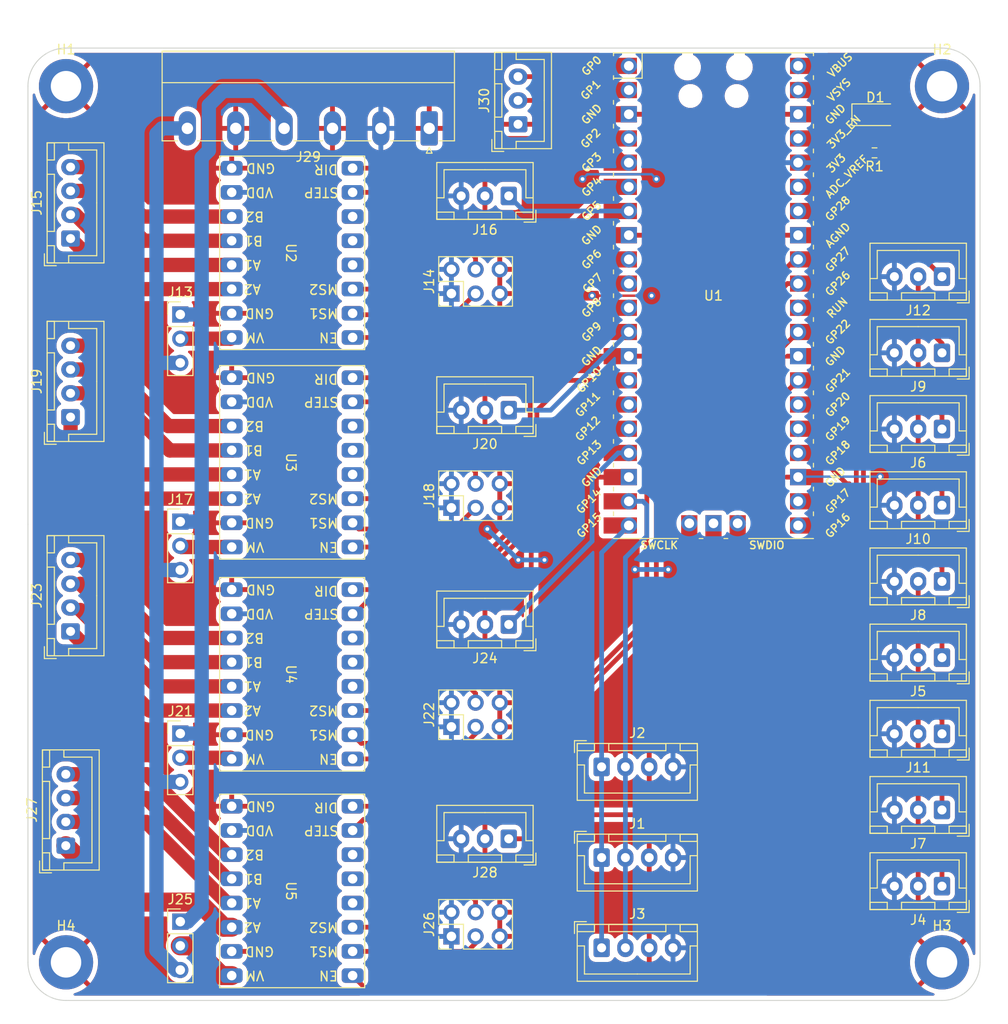
<source format=kicad_pcb>
(kicad_pcb (version 20211014) (generator pcbnew)
  (layers (0 "F.Cu" signal) (31 "B.Cu" signal) (34 "B.Paste" user) (35 "F.Paste" user) (36 "B.SilkS" user "B.Silkscreen") (37 "F.SilkS" user "F.Silkscreen") (38 "B.Mask" user) (39 "F.Mask" user) (44 "Edge.Cuts" user))
  (net 0 "")
  (net 1 "GND")
  (net 2 "Net-(D1-Pad2)")
  (net 3 "SCL")
  (net 4 "SDA")
  (net 5 "3v3")
  (net 6 "IO_1_Sig")
  (net 7 "IO_4_Sig")
  (net 8 "IO_2_Sig")
  (net 9 "IO_5_Sig")
  (net 10 "IO_6_Sig_D4_EN")
  (net 11 "IO_3_Sig")
  (net 12 "VM_1")
  (net 13 "Net-(J13-Pad2)")
  (net 14 "VM_2")
  (net 15 "Net-(J14-Pad3)")
  (net 16 "Net-(J14-Pad4)")
  (net 17 "Net-(J15-Pad1)")
  (net 18 "Net-(J15-Pad2)")
  (net 19 "Net-(J15-Pad3)")
  (net 20 "Net-(J15-Pad4)")
  (net 21 "D1_ENDSTOP")
  (net 22 "Net-(J17-Pad2)")
  (net 23 "Net-(J18-Pad3)")
  (net 24 "Net-(J18-Pad4)")
  (net 25 "Net-(J19-Pad1)")
  (net 26 "Net-(J19-Pad2)")
  (net 27 "Net-(J19-Pad3)")
  (net 28 "Net-(J19-Pad4)")
  (net 29 "D2_ENDSTOP")
  (net 30 "Net-(J21-Pad2)")
  (net 31 "Net-(J22-Pad3)")
  (net 32 "Net-(J22-Pad4)")
  (net 33 "Net-(J23-Pad1)")
  (net 34 "Net-(J23-Pad2)")
  (net 35 "Net-(J23-Pad3)")
  (net 36 "Net-(J23-Pad4)")
  (net 37 "D3_ENDSTOP")
  (net 38 "Net-(J25-Pad2)")
  (net 39 "Net-(J26-Pad3)")
  (net 40 "Net-(J26-Pad4)")
  (net 41 "Net-(J27-Pad1)")
  (net 42 "Net-(J27-Pad2)")
  (net 43 "Net-(J27-Pad3)")
  (net 44 "Net-(J27-Pad4)")
  (net 45 "RX")
  (net 46 "TX")
  (net 47 "LED")
  (net 48 "D1_EN")
  (net 49 "D1_STEP")
  (net 50 "D1_DIR")
  (net 51 "D2_EN")
  (net 52 "D2_STEP")
  (net 53 "D2_DIR")
  (net 54 "D3_EN")
  (net 55 "D3_STEP")
  (net 56 "D3_DIR")
  (net 77 "IO_7_Sig_D4_ENDSTOP")
  (net 78 "IO_8_Sig_D4_STEP")
  (net 79 "IO_9_Sig_D4_DIR")
  (footprint "DriverCarrier:DriverCarrier" (layer "F.Cu") (at 127.75 115.75 180)
    (fp_text reference "U4")
    (fp_text value "DriverCarrier")
  )
  (footprint "Connector_PinHeader_2.54mm:PinHeader_1x03_P2.54mm_Vertical" (layer "F.Cu") (at 116 121.975)
    (fp_text reference "J21")
    (fp_text value "D_MotorVoltageJumper")
  )
  (footprint "Resistor_SMD:R_0603_1608Metric_Pad0.98x0.95mm_HandSolder" (layer "F.Cu") (at 188.9125 61 180)
    (fp_text reference "R1")
    (fp_text value "R")
  )
  (footprint "Connector_JST:JST_XH_B3B-XH-A_1x03_P2.50mm_Vertical" (layer "F.Cu") (at 196 74 180)
    (fp_text reference "J12")
    (fp_text value "IO_9")
  )
  (footprint "MountingHole:MountingHole_3.2mm_M3_ISO7380_Pad" (layer "F.Cu") (at 196 146)
    (fp_text reference "H3")
    (fp_text value "MountingHole_Pad")
  )
  (footprint "Connector_PinHeader_2.54mm:PinHeader_2x03_P2.54mm_Vertical" (layer "F.Cu") (at 144.475 143.275 90)
    (fp_text reference "J26")
    (fp_text value "D_MicrostepJumper")
  )
  (footprint "Connector_JST:JST_XH_B3B-XH-A_1x03_P2.50mm_Vertical" (layer "F.Cu") (at 196 98 180)
    (fp_text reference "J10")
    (fp_text value "IO_6")
  )
  (footprint "Connector_PinHeader_2.54mm:PinHeader_2x03_P2.54mm_Vertical" (layer "F.Cu") (at 144.475 98.275 90)
    (fp_text reference "J18")
    (fp_text value "D_MicrostepJumper")
  )
  (footprint "Connector_PinHeader_2.54mm:PinHeader_2x03_P2.54mm_Vertical" (layer "F.Cu") (at 144.475 121.275 90)
    (fp_text reference "J22")
    (fp_text value "D_MicrostepJumper")
  )
  (footprint "Connector_JST:JST_XH_B4B-XH-A_1x04_P2.50mm_Vertical" (layer "F.Cu") (at 103.975 133.75 90)
    (fp_text reference "J27")
    (fp_text value "D_MOTOR_Conn")
  )
  (footprint "LED_SMD:LED_1206_3216Metric_Pad1.42x1.75mm_HandSolder" (layer "F.Cu") (at 189 57)
    (fp_text reference "D1")
    (fp_text value "LED")
  )
  (footprint "Connector_PinHeader_2.54mm:PinHeader_2x03_P2.54mm_Vertical" (layer "F.Cu") (at 144.475 75.775 90)
    (fp_text reference "J14")
    (fp_text value "D_MicrostepJumper")
  )
  (footprint "Connector_JST:JST_XH_B3B-XH-A_1x03_P2.50mm_Vertical" (layer "F.Cu") (at 150.5 133.025 180)
    (fp_text reference "J28")
    (fp_text value "D_EndStop")
  )
  (footprint "Connector_JST:JST_XH_B4B-XH-A_1x04_P2.50mm_Vertical" (layer "F.Cu") (at 160.25 135)
    (fp_text reference "J1")
    (fp_text value "I2C_Conn")
  )
  (footprint "Connector_JST:JST_XH_B3B-XH-A_1x03_P2.50mm_Vertical" (layer "F.Cu") (at 196 90 180)
    (fp_text reference "J6")
    (fp_text value "IO_7")
  )
  (footprint "Connector_JST:JST_XH_B4B-XH-A_1x04_P2.50mm_Vertical" (layer "F.Cu") (at 160.25 125.475)
    (fp_text reference "J2")
    (fp_text value "I2C_Conn")
  )
  (footprint "Connector_JST:JST_XH_B3B-XH-A_1x03_P2.50mm_Vertical" (layer "F.Cu") (at 196 130 180)
    (fp_text reference "J7")
    (fp_text value "IO_2")
  )
  (footprint "Connector_JST:JST_XH_B4B-XH-A_1x04_P2.50mm_Vertical" (layer "F.Cu") (at 104.475 70 90)
    (fp_text reference "J15")
    (fp_text value "D_MOTOR_Conn")
  )
  (footprint "DriverCarrier:DriverCarrier" (layer "F.Cu") (at 127.75 138.5 180)
    (fp_text reference "U5")
    (fp_text value "DriverCarrier")
  )
  (footprint "Connector_JST:JST_XH_B3B-XH-A_1x03_P2.50mm_Vertical" (layer "F.Cu") (at 151.475 58 90)
    (fp_text reference "J30")
    (fp_text value "UART")
  )
  (footprint "Connector_JST:JST_XH_B3B-XH-A_1x03_P2.50mm_Vertical" (layer "F.Cu") (at 196 138 180)
    (fp_text reference "J4")
    (fp_text value "IO_1")
  )
  (footprint "Connector_PinHeader_2.54mm:PinHeader_1x03_P2.54mm_Vertical" (layer "F.Cu") (at 116 141.725)
    (fp_text reference "J25")
    (fp_text value "D_MotorVoltageJumper")
  )
  (footprint "Connector_JST:JST_XH_B3B-XH-A_1x03_P2.50mm_Vertical" (layer "F.Cu") (at 196 122 180)
    (fp_text reference "J11")
    (fp_text value "IO_3")
  )
  (footprint "Connector_JST:JST_XH_B3B-XH-A_1x03_P2.50mm_Vertical" (layer "F.Cu") (at 150.5 65.525 180)
    (fp_text reference "J16")
    (fp_text value "D_EndStop")
  )
  (footprint "Connector_JST:JST_XH_B3B-XH-A_1x03_P2.50mm_Vertical" (layer "F.Cu") (at 150.5 110.525 180)
    (fp_text reference "J24")
    (fp_text value "D_EndStop")
  )
  (footprint "MountingHole:MountingHole_3.2mm_M3_ISO7380_Pad" (layer "F.Cu") (at 104 146)
    (fp_text reference "H4")
    (fp_text value "MountingHole_Pad")
  )
  (footprint "Connector_JST:JST_XH_B4B-XH-A_1x04_P2.50mm_Vertical" (layer "F.Cu") (at 104.475 88.75 90)
    (fp_text reference "J19")
    (fp_text value "D_MOTOR_Conn")
  )
  (footprint "DriverCarrier:DriverCarrier" (layer "F.Cu") (at 127.75 71.5 180)
    (fp_text reference "U2")
    (fp_text value "DriverCarrier")
  )
  (footprint "Connector_JST:JST_XH_B4B-XH-A_1x04_P2.50mm_Vertical" (layer "F.Cu") (at 104.475 111.25 90)
    (fp_text reference "J23")
    (fp_text value "D_MOTOR_Conn")
  )
  (footprint "Connector_Phoenix_MC_HighVoltage:PhoenixContact_MC_1,5_6-G-5.08_1x06_P5.08mm_Horizontal" (layer "F.Cu") (at 142.145 58.4325 180)
    (fp_text reference "J29")
    (fp_text value "POWER_CONN")
  )
  (footprint "Connector_PinHeader_2.54mm:PinHeader_1x03_P2.54mm_Vertical" (layer "F.Cu") (at 116 99.725)
    (fp_text reference "J17")
    (fp_text value "D_MotorVoltageJumper")
  )
  (footprint "MountingHole:MountingHole_3.2mm_M3_ISO7380_Pad" (layer "F.Cu") (at 196 54)
    (fp_text reference "H2")
    (fp_text value "MountingHole_Pad")
  )
  (footprint "MountingHole:MountingHole_3.2mm_M3_ISO7380_Pad" (layer "F.Cu") (at 104 54)
    (fp_text reference "H1")
    (fp_text value "MountingHole_Pad")
  )
  (footprint "Connector_JST:JST_XH_B3B-XH-A_1x03_P2.50mm_Vertical" (layer "F.Cu") (at 196 106 180)
    (fp_text reference "J8")
    (fp_text value "IO_5")
  )
  (footprint "Connector_PinHeader_2.54mm:PinHeader_1x03_P2.54mm_Vertical" (layer "F.Cu") (at 116 77.975)
    (fp_text reference "J13")
    (fp_text value "D_MotorVoltageJumper")
  )
  (footprint "MCU_RaspberryPi_and_Boards:RPi_Pico_SMD_TH" (layer "F.Cu") (at 172 76)
    (fp_text reference "U1")
    (fp_text value "Pico")
  )
  (footprint "Connector_JST:JST_XH_B3B-XH-A_1x03_P2.50mm_Vertical" (layer "F.Cu") (at 196 114 180)
    (fp_text reference "J5")
    (fp_text value "IO_4")
  )
  (footprint "DriverCarrier:DriverCarrier" (layer "F.Cu") (at 127.75 93.5 180)
    (fp_text reference "U3")
    (fp_text value "DriverCarrier")
  )
  (footprint "Connector_JST:JST_XH_B3B-XH-A_1x03_P2.50mm_Vertical" (layer "F.Cu") (at 196 82 180)
    (fp_text reference "J9")
    (fp_text value "IO_8")
  )
  (footprint "Connector_JST:JST_XH_B3B-XH-A_1x03_P2.50mm_Vertical" (layer "F.Cu") (at 150.5 88.025 180)
    (fp_text reference "J20")
    (fp_text value "D_EndStop")
  )
  (footprint "Connector_JST:JST_XH_B4B-XH-A_1x04_P2.50mm_Vertical" (layer "F.Cu") (at 160.25 144.475)
    (fp_text reference "J3")
    (fp_text value "I2C_Conn")
  )
  (gr_line (start 200 54) (end 200 146) (layer "Edge.Cuts") (width 0.1))
  (gr_arc (start 196 50) (mid 198.828427 51.171573) (end 200 54) (layer "Edge.Cuts") (width 0.1))
  (gr_arc (start 200 146) (mid 198.828427 148.828427) (end 196 150) (layer "Edge.Cuts") (width 0.1))
  (gr_line (start 196 150) (end 104 150) (layer "Edge.Cuts") (width 0.1))
  (gr_arc (start 104 150) (mid 101.171573 148.828427) (end 100 146) (layer "Edge.Cuts") (width 0.1))
  (gr_line (start 100 100) (end 100 54) (layer "Edge.Cuts") (width 0.1))
  (gr_line (start 100 146) (end 100 100) (layer "Edge.Cuts") (width 0.1))
  (gr_arc (start 100 54) (mid 101.171573 51.171573) (end 104 50) (layer "Edge.Cuts") (width 0.1))
  (gr_line (start 104 50) (end 196 50) (layer "Edge.Cuts") (width 0.1))
  (segment (start 158.25 63.75) (end 158.75 63.25) (width 0.25) (layer "F.Cu") (net 1))
  (segment (start 159.25 76) (end 165.5 76) (width 0.25) (layer "F.Cu") (net 1))
  (segment (start 165.5 63.25) (end 166 63.75) (width 0.25) (layer "F.Cu") (net 1))
  (segment (start 158.75 63.25) (end 165.5 63.25) (width 0.25) (layer "F.Cu") (net 1))
  (via (at 154.25 103.75) (size 0.8) (drill 0.4) (layers "F.Cu" "B.Cu") (net 1))
  (via (at 158.25 63.75) (size 0.8) (drill 0.4) (layers "F.Cu" "B.Cu") (net 1))
  (via (at 148.25 100.5) (size 0.8) (drill 0.4) (layers "F.Cu" "B.Cu") (net 1))
  (via (at 151.5 103.75) (size 0.8) (drill 0.4) (layers "F.Cu" "B.Cu") (net 1))
  (via (at 166 63.75) (size 0.8) (drill 0.4) (layers "F.Cu" "B.Cu") (net 1))
  (via (at 159.25 76) (size 0.8) (drill 0.4) (layers "F.Cu" "B.Cu") (net 1))
  (via (at 189.5 95) (size 0.8) (drill 0.4) (layers "F.Cu" "B.Cu") (net 1))
  (via (at 163.75 104.75) (size 0.8) (drill 0.4) (layers "F.Cu" "B.Cu") (net 1))
  (via (at 165.5 76) (size 0.8) (drill 0.4) (layers "F.Cu" "B.Cu") (net 1))
  (via (at 167.25 104.75) (size 0.8) (drill 0.4) (layers "F.Cu" "B.Cu") (net 1))
  (segment (start 180.94 95) (end 180.89 95.05) (width 0.25) (layer "B.Cu") (net 1))
  (segment (start 158.75 63.25) (end 165.5 63.25) (width 0.25) (layer "B.Cu") (net 1))
  (segment (start 163.75 104.75) (end 167.25 104.75) (width 0.5) (layer "B.Cu") (net 1))
  (segment (start 189.5 95) (end 180.94 95) (width 0.25) (layer "B.Cu") (net 1))
  (segment (start 165.5 63.25) (end 166 63.75) (width 0.25) (layer "B.Cu") (net 1))
  (segment (start 154.25 103.75) (end 151.5 103.75) (width 0.5) (layer "B.Cu") (net 1))
  (segment (start 148.25 100.5) (end 151.5 103.75) (width 0.5) (layer "B.Cu") (net 1))
  (segment (start 158.25 63.75) (end 158.75 63.25) (width 0.25) (layer "B.Cu") (net 1))
  (segment (start 189.825 61) (end 189.825 57.6625) (width 0.5) (layer "F.Cu") (net 2))
  (segment (start 189.825 57.6625) (end 190.4875 57) (width 0.5) (layer "F.Cu") (net 2))
  (segment (start 160.25 144.475) (end 160.25 102.99) (width 0.5) (layer "B.Cu") (net 3))
  (segment (start 160.25 102.99) (end 163.11 100.13) (width 0.5) (layer "B.Cu") (net 3))
  (segment (start 162.75 103.5) (end 165 101.25) (width 0.5) (layer "B.Cu") (net 4))
  (segment (start 164.59 97.59) (end 163.11 97.59) (width 0.5) (layer "B.Cu") (net 4))
  (segment (start 165 101.25) (end 165 98) (width 0.5) (layer "B.Cu") (net 4))
  (segment (start 165 98) (end 164.59 97.59) (width 0.5) (layer "B.Cu") (net 4))
  (segment (start 162.75 144.475) (end 162.75 103.5) (width 0.5) (layer "B.Cu") (net 4))
  (segment (start 184.63 100.13) (end 184.75 100.25) (width 0.5) (layer "F.Cu") (net 6))
  (segment (start 180.89 100.13) (end 184.63 100.13) (width 0.5) (layer "F.Cu") (net 6))
  (segment (start 196 136) (end 196 138) (width 0.5) (layer "F.Cu") (net 6))
  (segment (start 188.75 135.25) (end 195.25 135.25) (width 0.5) (layer "F.Cu") (net 6))
  (segment (start 195.25 135.25) (end 196 136) (width 0.5) (layer "F.Cu") (net 6))
  (segment (start 184.75 100.25) (end 184.75 131.25) (width 0.5) (layer "F.Cu") (net 6))
  (segment (start 184.75 131.25) (end 188.75 135.25) (width 0.5) (layer "F.Cu") (net 6))
  (segment (start 183.97 89.97) (end 187 93) (width 0.5) (layer "F.Cu") (net 7))
  (segment (start 191.75 111.25) (end 195 111.25) (width 0.5) (layer "F.Cu") (net 7))
  (segment (start 180.89 89.97) (end 183.97 89.97) (width 0.5) (layer "F.Cu") (net 7))
  (segment (start 195 111.25) (end 196 112.25) (width 0.5) (layer "F.Cu") (net 7))
  (segment (start 196 112.25) (end 196 114) (width 0.5) (layer "F.Cu") (net 7))
  (segment (start 187 93) (end 187 106.5) (width 0.5) (layer "F.Cu") (net 7))
  (segment (start 187 106.5) (end 191.75 111.25) (width 0.5) (layer "F.Cu") (net 7))
  (segment (start 185.5 98.5) (end 185.5 122.25) (width 0.5) (layer "F.Cu") (net 8))
  (segment (start 196 128.25) (end 196 130) (width 0.5) (layer "F.Cu") (net 8))
  (segment (start 180.89 97.59) (end 184.59 97.59) (width 0.5) (layer "F.Cu") (net 8))
  (segment (start 195 127.25) (end 196 128.25) (width 0.5) (layer "F.Cu") (net 8))
  (segment (start 184.59 97.59) (end 185.5 98.5) (width 0.5) (layer "F.Cu") (net 8))
  (segment (start 190.5 127.25) (end 195 127.25) (width 0.5) (layer "F.Cu") (net 8))
  (segment (start 185.5 122.25) (end 190.5 127.25) (width 0.5) (layer "F.Cu") (net 8))
  (segment (start 182.749022 87.43) (end 187.75 92.430978) (width 0.5) (layer "F.Cu") (net 9))
  (segment (start 187.75 92.430978) (end 187.75 98.75) (width 0.5) (layer "F.Cu") (net 9))
  (segment (start 195.5 104) (end 196 104.5) (width 0.5) (layer "F.Cu") (net 9))
  (segment (start 193 104) (end 195.5 104) (width 0.5) (layer "F.Cu") (net 9))
  (segment (start 187.75 98.75) (end 193 104) (width 0.5) (layer "F.Cu") (net 9))
  (segment (start 196 104.5) (end 196 106) (width 0.5) (layer "F.Cu") (net 9))
  (segment (start 180.89 87.43) (end 182.749022 87.43) (width 0.5) (layer "F.Cu") (net 9))
  (segment (start 135.46 148.75) (end 134.1 147.39) (width 0.5) (layer "F.Cu") (net 10))
  (segment (start 180.89 84.89) (end 178.75 87.03) (width 0.5) (layer "F.Cu") (net 10))
  (segment (start 180.89 84.89) (end 182.749022 84.89) (width 0.5) (layer "F.Cu") (net 10))
  (segment (start 178.75 87.03) (end 178.75 147) (width 0.5) (layer "F.Cu") (net 10))
  (segment (start 189.75 92.25) (end 193 95.5) (width 0.5) (layer "F.Cu") (net 10))
  (segment (start 178.75 147) (end 177 148.75) (width 0.5) (layer "F.Cu") (net 10))
  (segment (start 189.75 91.890978) (end 189.75 92.25) (width 0.5) (layer "F.Cu") (net 10))
  (segment (start 177 148.75) (end 135.46 148.75) (width 0.5) (layer "F.Cu") (net 10))
  (segment (start 182.749022 84.89) (end 189.75 91.890978) (width 0.5) (layer "F.Cu") (net 10))
  (segment (start 193 95.5) (end 195 95.5) (width 0.5) (layer "F.Cu") (net 10))
  (segment (start 195 95.5) (end 196 96.5) (width 0.5) (layer "F.Cu") (net 10))
  (segment (start 196 96.5) (end 196 98) (width 0.5) (layer "F.Cu") (net 10))
  (segment (start 185.989022 95.75) (end 186.25 95.75) (width 0.5) (layer "F.Cu") (net 11))
  (segment (start 182.749022 92.51) (end 185.989022 95.75) (width 0.5) (layer "F.Cu") (net 11))
  (segment (start 189.75 119.25) (end 194.75 119.25) (width 0.5) (layer "F.Cu") (net 11))
  (segment (start 186.25 115.75) (end 189.75 119.25) (width 0.5) (layer "F.Cu") (net 11))
  (segment (start 186.25 95.75) (end 186.25 115.75) (width 0.5) (layer "F.Cu") (net 11))
  (segment (start 194.75 119.25) (end 196 120.5) (width 0.5) (layer "F.Cu") (net 11))
  (segment (start 180.89 92.51) (end 182.749022 92.51) (width 0.5) (layer "F.Cu") (net 11))
  (segment (start 196 120.5) (end 196 122) (width 0.5) (layer "F.Cu") (net 11))
  (segment (start 118.025 121.975) (end 118.25 121.75) (width 1.5) (layer "B.Cu") (net 12))
  (segment (start 118.25 61.5) (end 118.25 78) (width 1.5) (layer "B.Cu") (net 12))
  (segment (start 116 77.975) (end 118.225 77.975) (width 1.5) (layer "B.Cu") (net 12))
  (segment (start 118.225 77.975) (end 118.25 78) (width 1.5) (layer "B.Cu") (net 12))
  (segment (start 116 99.725) (end 118.025 99.725) (width 1.5) (layer "B.Cu") (net 12))
  (segment (start 116 121.975) (end 118.025 121.975) (width 1.5) (layer "B.Cu") (net 12))
  (segment (start 124 54.5) (end 120.5 54.5) (width 1.5) (layer "B.Cu") (net 12))
  (segment (start 118.25 78) (end 118.25 99.5) (width 1.5) (layer "B.Cu") (net 12))
  (segment (start 119 60.75) (end 118.25 61.5) (width 1.5) (layer "B.Cu") (net 12))
  (segment (start 119 56) (end 119 60.75) (width 1.5) (layer "B.Cu") (net 12))
  (segment (start 118.025 99.725) (end 118.25 99.5) (width 1.5) (layer "B.Cu") (net 12))
  (segment (start 118.25 121.75) (end 118.25 140.25) (width 1.5) (layer "B.Cu") (net 12))
  (segment (start 118.25 140.25) (end 116.775 141.725) (width 1.5) (layer "B.Cu") (net 12))
  (segment (start 126.905 58.4325) (end 126.905 57.405) (width 1.5) (layer "B.Cu") (net 12))
  (segment (start 126.905 57.405) (end 124 54.5) (width 1.5) (layer "B.Cu") (net 12))
  (segment (start 118.25 99.5) (end 118.25 121.75) (width 1.5) (layer "B.Cu") (net 12))
  (segment (start 120.5 54.5) (end 119 56) (width 1.5) (layer "B.Cu") (net 12))
  (segment (start 116.775 141.725) (end 116 141.725) (width 1.5) (layer "B.Cu") (net 12))
  (segment (start 116 80.515) (end 121.275 80.515) (width 1.5) (layer "F.Cu") (net 13))
  (segment (start 121.275 80.515) (end 121.4 80.39) (width 1.5) (layer "F.Cu") (net 13))
  (segment (start 116 83.055) (end 113.555 83.055) (width 1.5) (layer "B.Cu") (net 14))
  (segment (start 113.945 127.055) (end 113.5 127.5) (width 1.5) (layer "B.Cu") (net 14))
  (segment (start 113.555 83.055) (end 113.5 83) (width 1.5) (layer "B.Cu") (net 14))
  (segment (start 114.0675 58.4325) (end 113.5 59) (width 1.5) (layer "B.Cu") (net 14))
  (segment (start 116 127.055) (end 113.945 127.055) (width 1.5) (layer "B.Cu") (net 14))
  (segment (start 116.745 58.4325) (end 114.0675 58.4325) (width 1.5) (layer "B.Cu") (net 14))
  (segment (start 113.5 83) (end 113.5 104.5) (width 1.5) (layer "B.Cu") (net 14))
  (segment (start 115.555 146.805) (end 116 146.805) (width 1.5) (layer "B.Cu") (net 14))
  (segment (start 116 104.805) (end 113.805 104.805) (width 1.5) (layer "B.Cu") (net 14))
  (segment (start 113.5 127.5) (end 113.5 144.75) (width 1.5) (layer "B.Cu") (net 14))
  (segment (start 113.5 104.5) (end 113.5 127.5) (width 1.5) (layer "B.Cu") (net 14))
  (segment (start 113.805 104.805) (end 113.5 104.5) (width 1.5) (layer "B.Cu") (net 14))
  (segment (start 113.5 59) (end 113.5 83) (width 1.5) (layer "B.Cu") (net 14))
  (segment (start 113.5 144.75) (end 115.555 146.805) (width 1.5) (layer "B.Cu") (net 14))
  (segment (start 144.79 78) (end 147.015 75.775) (width 0.5) (layer "F.Cu") (net 15))
  (segment (start 134.25 78) (end 144.79 78) (width 0.5) (layer "F.Cu") (net 15))
  (segment (start 134.1 77.85) (end 134.25 78) (width 0.5) (layer "F.Cu") (net 15))
  (segment (start 136.19 75.31) (end 140.75 70.75) (width 0.5) (layer "F.Cu") (net 16))
  (segment (start 145.75 70.75) (end 147.015 72.015) (width 0.5) (layer "F.Cu") (net 16))
  (segment (start 140.75 70.75) (end 145.75 70.75) (width 0.5) (layer "F.Cu") (net 16))
  (segment (start 134.1 75.31) (end 136.19 75.31) (width 0.5) (layer "F.Cu") (net 16))
  (segment (start 147.015 72.015) (end 147.015 73.235) (width 0.5) (layer "F.Cu") (net 16))
  (segment (start 121.4 75.31) (end 109.785 75.31) (width 1.5) (layer "F.Cu") (net 17))
  (segment (start 109.785 75.31) (end 104.475 70) (width 1.5) (layer "F.Cu") (net 17))
  (segment (start 110.266377 72.77) (end 104.996377 67.5) (width 1.5) (layer "F.Cu") (net 18))
  (segment (start 121.4 72.77) (end 110.266377 72.77) (width 1.5) (layer "F.Cu") (net 18))
  (segment (start 104.996377 67.5) (end 104.475 67.5) (width 1.5) (layer "F.Cu") (net 18))
  (segment (start 121.4 70.23) (end 112.18 70.23) (width 1.5) (layer "F.Cu") (net 19))
  (segment (start 106.95 65) (end 104.475 65) (width 1.5) (layer "F.Cu") (net 19))
  (segment (start 112.18 70.23) (end 106.95 65) (width 1.5) (layer "F.Cu") (net 19))
  (segment (start 106.853484 62.5) (end 104.475 62.5) (width 1.5) (layer "F.Cu") (net 20))
  (segment (start 112.043484 67.69) (end 106.853484 62.5) (width 1.5) (layer "F.Cu") (net 20))
  (segment (start 121.4 67.69) (end 112.043484 67.69) (width 1.5) (layer "F.Cu") (net 20))
  (segment (start 163.11 67.11) (end 152.085 67.11) (width 0.5) (layer "B.Cu") (net 21))
  (segment (start 152.085 67.11) (end 150.5 65.525) (width 0.5) (layer "B.Cu") (net 21))
  (segment (start 116.125 102.39) (end 116 102.265) (width 1.5) (layer "F.Cu") (net 22))
  (segment (start 121.4 102.39) (end 116.125 102.39) (width 1.5) (layer "F.Cu") (net 22))
  (segment (start 134.1 99.85) (end 134.75 100.5) (width 0.5) (layer "F.Cu") (net 23))
  (segment (start 144.79 100.5) (end 147.015 98.275) (width 0.5) (layer "F.Cu") (net 23))
  (segment (start 134.75 100.5) (end 144.79 100.5) (width 0.5) (layer "F.Cu") (net 23))
  (segment (start 136.44 97.31) (end 141 92.75) (width 0.5) (layer "F.Cu") (net 24))
  (segment (start 141 92.75) (end 145.25 92.75) (width 0.5) (layer "F.Cu") (net 24))
  (segment (start 147.015 94.515) (end 147.015 95.735) (width 0.5) (layer "F.Cu") (net 24))
  (segment (start 145.25 92.75) (end 147.015 94.515) (width 0.5) (layer "F.Cu") (net 24))
  (segment (start 134.1 97.31) (end 136.44 97.31) (width 0.5) (layer "F.Cu") (net 24))
  (segment (start 104.475 93.225) (end 104.475 88.75) (width 1.5) (layer "F.Cu") (net 25))
  (segment (start 108.56 97.31) (end 104.475 93.225) (width 1.5) (layer "F.Cu") (net 25))
  (segment (start 121.4 97.31) (end 108.56 97.31) (width 1.5) (layer "F.Cu") (net 25))
  (segment (start 106.5 86.25) (end 104.475 86.25) (width 1.5) (layer "F.Cu") (net 26))
  (segment (start 110.75 94.75) (end 110.75 92) (width 1.5) (layer "F.Cu") (net 26))
  (segment (start 107.25 87) (end 106.5 86.25) (width 1.5) (layer "F.Cu") (net 26))
  (segment (start 121.4 94.77) (end 110.77 94.77) (width 1.5) (layer "F.Cu") (net 26))
  (segment (start 107.25 88.5) (end 107.25 87) (width 1.5) (layer "F.Cu") (net 26))
  (segment (start 110.77 94.77) (end 110.75 94.75) (width 1.5) (layer "F.Cu") (net 26))
  (segment (start 110.75 92) (end 107.25 88.5) (width 1.5) (layer "F.Cu") (net 26))
  (segment (start 106.403484 83.75) (end 104.475 83.75) (width 1.5) (layer "F.Cu") (net 27))
  (segment (start 121.4 92.23) (end 121.48 92.23) (width 1.5) (layer "F.Cu") (net 27))
  (segment (start 121.48 92.23) (end 121.5 92.25) (width 1.5) (layer "F.Cu") (net 27))
  (segment (start 114.903484 92.25) (end 106.403484 83.75) (width 1.5) (layer "F.Cu") (net 27))
  (segment (start 121.5 92.25) (end 114.903484 92.25) (width 1.5) (layer "F.Cu") (net 27))
  (segment (start 121.4 89.69) (end 114.746968 89.69) (width 1.5) (layer "F.Cu") (net 28))
  (segment (start 114.746968 89.69) (end 106.306968 81.25) (width 1.5) (layer "F.Cu") (net 28))
  (segment (start 106.306968 81.25) (end 104.475 81.25) (width 1.5) (layer "F.Cu") (net 28))
  (segment (start 150.5 88.025) (end 154.895 88.025) (width 0.5) (layer "B.Cu") (net 29))
  (segment (start 154.895 88.025) (end 163.11 79.81) (width 0.5) (layer "B.Cu") (net 29))
  (segment (start 116 124.515) (end 121.275 124.515) (width 1.5) (layer "F.Cu") (net 30))
  (segment (start 121.275 124.515) (end 121.4 124.64) (width 1.5) (layer "F.Cu") (net 30))
  (segment (start 135 123) (end 146 123) (width 0.5) (layer "F.Cu") (net 31))
  (segment (start 147.015 121.985) (end 147.015 121.275) (width 0.5) (layer "F.Cu") (net 31))
  (segment (start 146 123) (end 147.015 121.985) (width 0.5) (layer "F.Cu") (net 31))
  (segment (start 134.1 122.1) (end 135 123) (width 0.5) (layer "F.Cu") (net 31))
  (segment (start 147.015 117.765) (end 147.015 118.735) (width 0.5) (layer "F.Cu") (net 32))
  (segment (start 136.69 119.56) (end 140.5 115.75) (width 0.5) (layer "F.Cu") (net 32))
  (segment (start 140.5 115.75) (end 145 115.75) (width 0.5) (layer "F.Cu") (net 32))
  (segment (start 145 115.75) (end 147.015 117.765) (width 0.5) (layer "F.Cu") (net 32))
  (segment (start 134.1 119.56) (end 136.69 119.56) (width 0.5) (layer "F.Cu") (net 32))
  (segment (start 121.4 119.56) (end 112.785 119.56) (width 1.5) (layer "F.Cu") (net 33))
  (segment (start 112.785 119.56) (end 104.475 111.25) (width 1.5) (layer "F.Cu") (net 33))
  (segment (start 113.52 117.02) (end 105.5 109) (width 1.5) (layer "F.Cu") (net 34))
  (segment (start 121.4 117.02) (end 113.52 117.02) (width 1.5) (layer "F.Cu") (net 34))
  (segment (start 113.73 114.48) (end 105.5 106.25) (width 1.5) (layer "F.Cu") (net 35))
  (segment (start 121.4 114.48) (end 113.73 114.48) (width 1.5) (layer "F.Cu") (net 35))
  (segment (start 113.94 111.94) (end 105.75 103.75) (width 1.5) (layer "F.Cu") (net 36))
  (segment (start 105.75 103.75) (end 104.475 103.75) (width 1.5) (layer "F.Cu") (net 36))
  (segment (start 121.4 111.94) (end 113.94 111.94) (width 1.5) (layer "F.Cu") (net 36))
  (segment (start 159.25 95.25) (end 161.99 92.51) (width 0.5) (layer "B.Cu") (net 37))
  (segment (start 150.5 110.525) (end 159.25 101.775) (width 0.5) (layer "B.Cu") (net 37))
  (segment (start 161.99 92.51) (end 163.11 92.51) (width 0.5) (layer "B.Cu") (net 37))
  (segment (start 159.25 101.775) (end 159.25 95.25) (width 0.5) (layer "B.Cu") (net 37))
  (segment (start 121.4 147.39) (end 120.327081 147.39) (width 2) (layer "F.Cu") (net 38))
  (segment (start 117.202081 144.265) (end 116 144.265) (width 2) (layer "F.Cu") (net 38))
  (segment (start 120.327081 147.39) (end 117.202081 144.265) (width 2) (layer "F.Cu") (net 38))
  (segment (start 147.015 143.985) (end 147.015 143.275) (width 0.5) (layer "F.Cu") (net 39))
  (segment (start 134.1 144.85) (end 146.15 144.85) (width 0.5) (layer "F.Cu") (net 39))
  (segment (start 146.15 144.85) (end 147.015 143.985) (width 0.5) (layer "F.Cu") (net 39))
  (segment (start 140.75 138.5) (end 136.94 142.31) (width 0.5) (layer "F.Cu") (net 40))
  (segment (start 147.015 139.515) (end 146 138.5) (width 0.5) (layer "F.Cu") (net 40))
  (segment (start 147.015 140.735) (end 147.015 139.515) (width 0.5) (layer "F.Cu") (net 40))
  (segment (start 146 138.5) (end 140.75 138.5) (width 0.5) (layer "F.Cu") (net 40))
  (segment (start 136.94 142.31) (end 134.1 142.31) (width 0.5) (layer "F.Cu") (net 40))
  (segment (start 117.927297 139.675489) (end 109.900489 139.675489) (width 2) (layer "F.Cu") (net 41))
  (segment (start 121.4 142.31) (end 120.561808 142.31) (width 2) (layer "F.Cu") (net 41))
  (segment (start 109.900489 139.675489) (end 103.975 133.75) (width 2) (layer "F.Cu") (net 41))
  (segment (start 120.561808 142.31) (end 117.927297 139.675489) (width 2) (layer "F.Cu") (net 41))
  (segment (start 112.395361 131.25) (end 120.915361 139.77) (width 1.5) (layer "F.Cu") (net 42))
  (segment (start 103.975 131.25) (end 112.395361 131.25) (width 1.5) (layer "F.Cu") (net 42))
  (segment (start 120.915361 139.77) (end 121.4 139.77) (width 1.5) (layer "F.Cu") (net 42))
  (segment (start 112.435361 128.75) (end 103.975 128.75) (width 1.5) (layer "F.Cu") (net 43))
  (segment (start 120.915361 137.23) (end 112.435361 128.75) (width 1.5) (layer "F.Cu") (net 43))
  (segment (start 121.4 137.23) (end 120.915361 137.23) (width 1.5) (layer "F.Cu") (net 43))
  (segment (start 121.4 134.69) (end 120.915361 134.69) (width 1.5) (layer "F.Cu") (net 44))
  (segment (start 112.475361 126.25) (end 103.975 126.25) (width 1.5) (layer "F.Cu") (net 44))
  (segment (start 120.915361 134.69) (end 112.475361 126.25) (width 1.5) (layer "F.Cu") (net 44))
  (segment (start 154.5 55.5) (end 155.59 54.41) (width 0.5) (layer "F.Cu") (net 45))
  (segment (start 151.475 55.5) (end 154.5 55.5) (width 0.5) (layer "F.Cu") (net 45))
  (segment (start 155.59 54.41) (end 163.11 54.41) (width 0.5) (layer "F.Cu") (net 45))
  (segment (start 151.475 53) (end 153.25 53) (width 0.5) (layer "F.Cu") (net 46))
  (segment (start 154.38 51.87) (end 163.11 51.87) (width 0.5) (layer "F.Cu") (net 46))
  (segment (start 153.25 53) (end 154.38 51.87) (width 0.5) (layer "F.Cu") (net 46))
  (segment (start 182.749022 67.11) (end 188 61.859022) (width 0.5) (layer "F.Cu") (net 47))
  (segment (start 180.89 67.11) (end 182.749022 67.11) (width 0.5) (layer "F.Cu") (net 47))
  (segment (start 188 61.859022) (end 188 61) (width 0.5) (layer "F.Cu") (net 47))
  (segment (start 161.250978 64.57) (end 163.11 64.57) (width 0.5) (layer "F.Cu") (net 48))
  (segment (start 147.86 80.39) (end 157.5 70.75) (width 0.5) (layer "F.Cu") (net 48))
  (segment (start 157.5 70.75) (end 157.5 68.320978) (width 0.5) (layer "F.Cu") (net 48))
  (segment (start 157.5 68.320978) (end 161.250978 64.57) (width 0.5) (layer "F.Cu") (net 48))
  (segment (start 134.1 80.39) (end 147.86 80.39) (width 0.5) (layer "F.Cu") (net 48))
  (segment (start 136.1 65.15) (end 139.22 62.03) (width 0.5) (layer "F.Cu") (net 49))
  (segment (start 162.08 61) (end 163.11 62.03) (width 0.5) (layer "F.Cu") (net 49))
  (segment (start 139.22 62.03) (end 163.11 62.03) (width 0.5) (layer "F.Cu") (net 49))
  (segment (start 134.1 65.15) (end 136.1 65.15) (width 0.5) (layer "F.Cu") (net 49))
  (segment (start 137.64 62.61) (end 139 61.25) (width 0.5) (layer "F.Cu") (net 50))
  (segment (start 145.51 59.49) (end 163.11 59.49) (width 0.5) (layer "F.Cu") (net 50))
  (segment (start 143.75 61.25) (end 145.51 59.49) (width 0.5) (layer "F.Cu") (net 50))
  (segment (start 134.1 62.61) (end 137.64 62.61) (width 0.5) (layer "F.Cu") (net 50))
  (segment (start 139 61.25) (end 143.75 61.25) (width 0.5) (layer "F.Cu") (net 50))
  (segment (start 134.1 102.39) (end 148.86 102.39) (width 0.5) (layer "F.Cu") (net 51))
  (segment (start 156.48 77.27) (end 163.11 77.27) (width 0.5) (layer "F.Cu") (net 51))
  (segment (start 152.75 81) (end 156.48 77.27) (width 0.5) (layer "F.Cu") (net 51))
  (segment (start 148.86 102.39) (end 152.75 98.5) (width 0.5) (layer "F.Cu") (net 51))
  (segment (start 152.75 98.5) (end 152.75 81) (width 0.5) (layer "F.Cu") (net 51))
  (segment (start 136.6 87.15) (end 140.25 83.5) (width 0.5) (layer "F.Cu") (net 52))
  (segment (start 155.52 74.73) (end 163.11 74.73) (width 0.5) (layer "F.Cu") (net 52))
  (segment (start 140.25 83.5) (end 146.75 83.5) (width 0.5) (layer "F.Cu") (net 52))
  (segment (start 146.75 83.5) (end 155.52 74.73) (width 0.5) (layer "F.Cu") (net 52))
  (segment (start 134.1 87.15) (end 136.6 87.15) (width 0.5) (layer "F.Cu") (net 52))
  (segment (start 157.06 72.19) (end 163.11 72.19) (width 0.5) (layer "F.Cu") (net 53))
  (segment (start 140.5 82.25) (end 147 82.25) (width 0.5) (layer "F.Cu") (net 53))
  (segment (start 138.14 84.61) (end 140.5 82.25) (width 0.5) (layer "F.Cu") (net 53))
  (segment (start 134.1 84.61) (end 138.14 84.61) (width 0.5) (layer "F.Cu") (net 53))
  (segment (start 147 82.25) (end 157.06 72.19) (width 0.5) (layer "F.Cu") (net 53))
  (segment (start 161.229519 89.97) (end 163.11 89.97) (width 0.5) (layer "F.Cu") (net 54))
  (segment (start 152.858905 121.141095) (end 152.858905 101.358905) (width 0.5) (layer "F.Cu") (net 54))
  (segment (start 154.949519 96.25) (end 161.229519 89.97) (width 0.5) (layer "F.Cu") (net 54))
  (segment (start 154.949519 99.268291) (end 154.949519 96.25) (width 0.5) (layer "F.Cu") (net 54))
  (segment (start 149.36 124.64) (end 152.858905 121.141095) (width 0.5) (layer "F.Cu") (net 54))
  (segment (start 152.858905 101.358905) (end 154.949519 99.268291) (width 0.5) (layer "F.Cu") (net 54))
  (segment (start 134.1 124.64) (end 149.36 124.64) (width 0.5) (layer "F.Cu") (net 54))
  (segment (start 154.25 98.97854) (end 154.25 91.5) (width 0.5) (layer "F.Cu") (net 55))
  (segment (start 134.1 109.4) (end 134.33927 109.4) (width 0.5) (layer "F.Cu") (net 55))
  (segment (start 139.95023 103.78904) (end 149.439502 103.789038) (width 0.5) (layer "F.Cu") (net 55))
  (segment (start 158.32 87.43) (end 163.11 87.43) (width 0.5) (layer "F.Cu") (net 55))
  (segment (start 154.25 91.5) (end 158.32 87.43) (width 0.5) (layer "F.Cu") (net 55))
  (segment (start 149.439502 103.789038) (end 154.25 98.97854) (width 0.5) (layer "F.Cu") (net 55))
  (segment (start 134.33927 109.4) (end 139.95023 103.78904) (width 0.5) (layer "F.Cu") (net 55))
  (segment (start 134.1 106.86) (end 135.89 106.86) (width 0.5) (layer "F.Cu") (net 56))
  (segment (start 153.449519 88.050481) (end 156.61 84.89) (width 0.5) (layer "F.Cu") (net 56))
  (segment (start 135.89 106.86) (end 139.66048 103.08952) (width 0.5) (layer "F.Cu") (net 56))
  (segment (start 153.449519 98) (end 153.449519 88.050481) (width 0.5) (layer "F.Cu") (net 56))
  (segment (start 153.44952 98.78975) (end 153.449519 98) (width 0.5) (layer "F.Cu") (net 56))
  (segment (start 139.66048 103.08952) (end 149.149751 103.089519) (width 0.5) (layer "F.Cu") (net 56))
  (segment (start 156.61 84.89) (end 163.11 84.89) (width 0.5) (layer "F.Cu") (net 56))
  (segment (start 149.149751 103.089519) (end 153.44952 98.78975) (width 0.5) (layer "F.Cu") (net 56))
  (segment (start 196 88.5) (end 196 90) (width 0.5) (layer "F.Cu") (net 77))
  (segment (start 173 130.5) (end 177 126.5) (width 0.5) (layer "F.Cu") (net 77))
  (segment (start 192 87.5) (end 195 87.5) (width 0.5) (layer "F.Cu") (net 77))
  (segment (start 150.5 133.025) (end 154.225 133.025) (width 0.5) (layer "F.Cu") (net 77))
  (segment (start 156.75 130.5) (end 173 130.5) (width 0.5) (layer "F.Cu") (net 77))
  (segment (start 154.225 133.025) (end 156.75 130.5) (width 0.5) (layer "F.Cu") (net 77))
  (segment (start 195 87.5) (end 196 88.5) (width 0.5) (layer "F.Cu") (net 77))
  (segment (start 177 83.7) (end 180.89 79.81) (width 0.5) (layer "F.Cu") (net 77))
  (segment (start 180.89 79.81) (end 184.31 79.81) (width 0.5) (layer "F.Cu") (net 77))
  (segment (start 184.31 79.81) (end 192 87.5) (width 0.5) (layer "F.Cu") (net 77))
  (segment (start 177 126.5) (end 177 83.7) (width 0.5) (layer "F.Cu") (net 77))
  (segment (start 188.212798 74.75) (end 192.962798 79.5) (width 0.5) (layer "F.Cu") (net 78))
  (segment (start 166 88.5) (end 179.77 74.73) (width 0.5) (layer "F.Cu") (net 78))
  (segment (start 134.1 132.15) (end 135.25 131) (width 0.5) (layer "F.Cu") (net 78))
  (segment (start 135.25 131) (end 144.98927 131) (width 0.5) (layer "F.Cu") (net 78))
  (segment (start 196 81) (end 196 82) (width 0.5) (layer "F.Cu") (net 78))
  (segment (start 155.23927 120.75) (end 155.25 120.75) (width 0.5) (layer "F.Cu") (net 78))
  (segment (start 180.89 74.73) (end 187.73 74.73) (width 0.5) (layer "F.Cu") (net 78))
  (segment (start 144.98927 131) (end 155.23927 120.75) (width 0.5) (layer "F.Cu") (net 78))
  (segment (start 155.25 120.75) (end 166 110) (width 0.5) (layer "F.Cu") (net 78))
  (segment (start 179.77 74.73) (end 180.89 74.73) (width 0.5) (layer "F.Cu") (net 78))
  (segment (start 187.75 74.75) (end 188.212798 74.75) (width 0.5) (layer "F.Cu") (net 78))
  (segment (start 194.5 79.5) (end 196 81) (width 0.5) (layer "F.Cu") (net 78))
  (segment (start 192.962798 79.5) (end 194.5 79.5) (width 0.5) (layer "F.Cu") (net 78))
  (segment (start 166 110) (end 166 88.5) (width 0.5) (layer "F.Cu") (net 78))
  (segment (start 187.73 74.73) (end 187.75 74.75) (width 0.5) (layer "F.Cu") (net 78))
  (segment (start 134.1 129.61) (end 145.39 129.61) (width 0.5) (layer "F.Cu") (net 79))
  (segment (start 194.19 72.19) (end 196 74) (width 0.5) (layer "F.Cu") (net 79))
  (segment (start 180.89 72.19) (end 194.19 72.19) (width 0.5) (layer "F.Cu") (net 79))
  (segment (start 145.39 129.61) (end 165 110) (width 0.5) (layer "F.Cu") (net 79))
  (segment (start 165 87.75) (end 180.56 72.19) (width 0.5) (layer "F.Cu") (net 79))
  (segment (start 180.56 72.19) (end 180.89 72.19) (width 0.5) (layer "F.Cu") (net 79))
  (segment (start 165 110) (end 165 87.75) (width 0.5) (layer "F.Cu") (net 79))
  (zone (net 1) (net_name "GND") (layer "F.Cu") (connect_pads (clearance 0.508)) (min_thickness 0.254) (fill yes (thermal_gap 0.508) (thermal_bridge_width 0.508))
    (polygon (pts (xy 202.5 152.5) (xy 97.5 152.5) (xy 97.5 47.5) (xy 202.5 47.5)))
  )
  (zone (net 5) (net_name "3v3") (layer "B.Cu") (connect_pads (clearance 0.508)) (min_thickness 0.254) (fill yes (thermal_gap 0.508) (thermal_bridge_width 0.508))
    (polygon (pts (xy 202.5 152.5) (xy 97.5 152.5) (xy 97.5 47.5) (xy 202.5 47.5)))
  )
)
</source>
